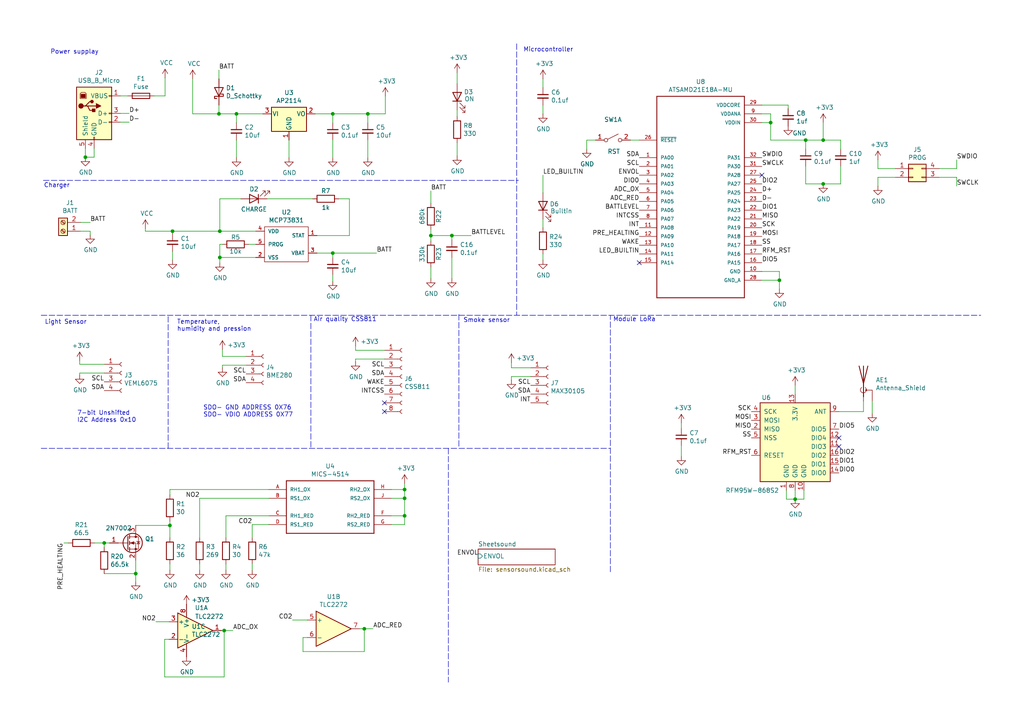
<source format=kicad_sch>
(kicad_sch (version 20211123) (generator eeschema)
  (paper "A4")
  (title_block (title "CatWAN Citizen") (date "2020-02-21") (company "Electronic Cats") (comment 1 "Rocio Rdz.") (comment 4 "Andres Sabas"))
  (junction (at 65.024 182.88))
  (junction (at 63.754 74.676))
  (junction (at 117.348 144.526))
  (junction (at 233.68 40.64))
  (junction (at 117.348 149.606))
  (junction (at 63.754 67.056))
  (junction (at 63.5 33.02))
  (junction (at 105.664 182.372))
  (junction (at 49.276 152.4))
  (junction (at 96.52 33.02))
  (junction (at 223.52 35.56))
  (junction (at 68.58 33.02))
  (junction (at 96.52 73.406))
  (junction (at 24.765 45.593))
  (junction (at 50.038 67.056))
  (junction (at 106.68 33.02))
  (junction (at 230.632 144.78))
  (junction (at 117.348 141.986))
  (junction (at 131.064 68.326))
  (junction (at 39.37 166.37))
  (junction (at 238.76 53.34))
  (junction (at 30.226 157.48))
  (junction (at 238.76 40.64))
  (junction (at 124.968 68.326))
  (junction (at 226.06 81.28))
  (no_connect (at 185.42 76.2))
  (no_connect (at 243.332 129.54))
  (no_connect (at 111.506 119.38))
  (no_connect (at 243.332 127))
  (no_connect (at 220.98 50.8))
  (no_connect (at 111.506 116.84))
  (wire (pts (xy 23.368 64.516) (xy 26.162 64.516)))
  (wire (pts (xy 111.506 104.14) (xy 103.124 104.14)))
  (wire (pts (xy 49.276 151.13) (xy 49.276 152.4)))
  (wire (pts (xy 65.024 182.88) (xy 65.024 196.342)))
  (wire (pts (xy 47.879 27.813) (xy 47.879 22.606)))
  (wire (pts (xy 243.332 119.38) (xy 250.444 119.38)))
  (wire (pts (xy 64.516 103.378) (xy 71.374 103.378)))
  (polyline (pts (xy 149.86 12.7) (xy 149.86 91.44)))
  (wire (pts (xy 49.276 163.576) (xy 49.276 165.354)))
  (wire (pts (xy 228.092 144.78) (xy 230.632 144.78)))
  (wire (pts (xy 277.495 48.895) (xy 277.495 46.355)))
  (wire (pts (xy 230.632 111.76) (xy 230.632 114.3)))
  (wire (pts (xy 233.68 43.18) (xy 233.68 40.64)))
  (wire (pts (xy 238.76 40.64) (xy 243.84 40.64)))
  (wire (pts (xy 197.612 122.682) (xy 197.612 124.206)))
  (wire (pts (xy 73.152 152.146) (xy 73.152 155.956)))
  (wire (pts (xy 91.948 73.406) (xy 96.52 73.406)))
  (wire (pts (xy 272.415 48.895) (xy 277.495 48.895)))
  (wire (pts (xy 57.912 163.576) (xy 57.912 165.354)))
  (wire (pts (xy 254.635 48.895) (xy 259.715 48.895)))
  (wire (pts (xy 101.346 57.658) (xy 98.298 57.658)))
  (wire (pts (xy 63.754 57.658) (xy 63.754 67.056)))
  (wire (pts (xy 89.154 184.912) (xy 87.884 184.912)))
  (wire (pts (xy 30.226 158.75) (xy 30.226 157.48)))
  (wire (pts (xy 30.226 108.204) (xy 23.114 108.204)))
  (wire (pts (xy 148.336 106.68) (xy 148.336 105.156)))
  (wire (pts (xy 23.368 67.056) (xy 26.162 67.056)))
  (wire (pts (xy 63.5 20.32) (xy 63.5 22.86)))
  (wire (pts (xy 157.48 22.86) (xy 157.48 25.4)))
  (wire (pts (xy 19.812 157.48) (xy 18.542 157.48)))
  (wire (pts (xy 132.588 41.402) (xy 132.588 45.212)))
  (wire (pts (xy 106.68 40.64) (xy 106.68 45.72)))
  (wire (pts (xy 233.68 53.34) (xy 238.76 53.34)))
  (wire (pts (xy 131.064 80.772) (xy 131.064 74.676)))
  (wire (pts (xy 45.212 180.34) (xy 49.022 180.34)))
  (wire (pts (xy 24.765 43.053) (xy 24.765 45.593)))
  (wire (pts (xy 47.752 196.342) (xy 65.024 196.342)))
  (wire (pts (xy 23.114 108.204) (xy 23.114 108.712)))
  (wire (pts (xy 74.168 67.056) (xy 63.754 67.056)))
  (wire (pts (xy 91.44 33.02) (xy 96.52 33.02)))
  (wire (pts (xy 106.68 35.56) (xy 106.68 33.02)))
  (polyline (pts (xy 130.048 130.048) (xy 130.048 197.866)))
  (wire (pts (xy 44.704 27.813) (xy 47.879 27.813)))
  (wire (pts (xy 153.924 106.68) (xy 148.336 106.68)))
  (wire (pts (xy 63.754 74.676) (xy 74.168 74.676)))
  (wire (pts (xy 27.305 45.593) (xy 24.765 45.593)))
  (wire (pts (xy 117.348 141.986) (xy 117.348 144.526)))
  (wire (pts (xy 185.42 40.64) (xy 182.88 40.64)))
  (wire (pts (xy 30.226 105.664) (xy 23.114 105.664)))
  (wire (pts (xy 157.48 73.66) (xy 157.48 75.438)))
  (wire (pts (xy 117.348 140.208) (xy 117.348 141.986)))
  (wire (pts (xy 172.72 40.64) (xy 170.18 40.64)))
  (wire (pts (xy 68.58 40.64) (xy 68.58 45.72)))
  (wire (pts (xy 57.912 144.526) (xy 57.912 155.956)))
  (wire (pts (xy 96.52 73.406) (xy 109.22 73.406)))
  (wire (pts (xy 47.752 185.42) (xy 47.752 196.342)))
  (wire (pts (xy 27.305 43.053) (xy 27.305 45.593)))
  (wire (pts (xy 39.37 152.4) (xy 49.276 152.4)))
  (wire (pts (xy 250.444 119.38) (xy 250.444 116.332)))
  (wire (pts (xy 233.172 144.78) (xy 230.632 144.78)))
  (wire (pts (xy 63.5 30.48) (xy 63.5 33.02)))
  (wire (pts (xy 39.37 166.37) (xy 39.37 168.656)))
  (wire (pts (xy 96.52 35.56) (xy 96.52 33.02)))
  (wire (pts (xy 223.52 40.64) (xy 233.68 40.64)))
  (wire (pts (xy 63.754 67.056) (xy 50.038 67.056)))
  (wire (pts (xy 90.678 57.658) (xy 77.47 57.658)))
  (wire (pts (xy 113.538 144.526) (xy 117.348 144.526)))
  (wire (pts (xy 223.52 35.56) (xy 223.52 40.64)))
  (wire (pts (xy 91.948 68.326) (xy 101.346 68.326)))
  (wire (pts (xy 64.262 182.88) (xy 65.024 182.88)))
  (wire (pts (xy 101.346 68.326) (xy 101.346 57.658)))
  (wire (pts (xy 230.632 142.24) (xy 230.632 144.78)))
  (polyline (pts (xy 90.17 91.44) (xy 90.17 130.048)))
  (wire (pts (xy 233.172 142.24) (xy 233.172 144.78)))
  (wire (pts (xy 96.52 79.756) (xy 96.52 81.534)))
  (wire (pts (xy 223.52 33.02) (xy 223.52 35.56)))
  (wire (pts (xy 238.76 35.56) (xy 238.76 40.64)))
  (wire (pts (xy 63.754 76.2) (xy 63.754 74.676)))
  (wire (pts (xy 272.415 51.435) (xy 277.495 51.435)))
  (wire (pts (xy 47.752 185.42) (xy 49.022 185.42)))
  (wire (pts (xy 124.968 66.548) (xy 124.968 68.326)))
  (wire (pts (xy 42.164 67.056) (xy 50.038 67.056)))
  (wire (pts (xy 68.58 35.56) (xy 68.58 33.02)))
  (wire (pts (xy 49.276 141.986) (xy 49.276 143.51)))
  (wire (pts (xy 57.912 144.526) (xy 77.978 144.526)))
  (wire (pts (xy 64.516 101.346) (xy 64.516 103.378)))
  (wire (pts (xy 83.82 40.64) (xy 83.82 45.72)))
  (wire (pts (xy 113.538 141.986) (xy 117.348 141.986)))
  (wire (pts (xy 39.37 162.56) (xy 39.37 166.37)))
  (wire (pts (xy 228.6 31.496) (xy 228.6 30.48)))
  (wire (pts (xy 74.168 70.866) (xy 72.136 70.866)))
  (wire (pts (xy 42.164 66.294) (xy 42.164 67.056)))
  (wire (pts (xy 65.532 163.576) (xy 65.532 165.354)))
  (wire (pts (xy 55.88 22.86) (xy 55.88 33.02)))
  (wire (pts (xy 170.18 40.64) (xy 170.18 43.18)))
  (polyline (pts (xy 11.938 91.44) (xy 284.48 91.44)))
  (wire (pts (xy 254.635 51.435) (xy 254.635 53.975)))
  (wire (pts (xy 34.925 32.893) (xy 37.465 32.893)))
  (wire (pts (xy 49.276 152.4) (xy 49.276 155.956)))
  (wire (pts (xy 104.394 182.372) (xy 105.664 182.372)))
  (wire (pts (xy 105.664 188.976) (xy 105.664 182.372)))
  (wire (pts (xy 243.84 53.34) (xy 238.76 53.34)))
  (wire (pts (xy 131.064 69.596) (xy 131.064 68.326)))
  (wire (pts (xy 220.98 33.02) (xy 223.52 33.02)))
  (polyline (pts (xy 48.768 130.048) (xy 48.768 91.44)))
  (polyline (pts (xy 133.096 91.186) (xy 133.096 129.794)))
  (wire (pts (xy 157.48 30.48) (xy 157.48 33.02)))
  (wire (pts (xy 233.68 48.26) (xy 233.68 53.34)))
  (wire (pts (xy 259.715 51.435) (xy 254.635 51.435)))
  (wire (pts (xy 220.98 78.74) (xy 226.06 78.74)))
  (wire (pts (xy 84.836 179.832) (xy 89.154 179.832)))
  (wire (pts (xy 49.276 141.986) (xy 77.978 141.986)))
  (wire (pts (xy 23.114 105.664) (xy 23.114 104.648)))
  (wire (pts (xy 132.588 24.257) (xy 132.588 21.082)))
  (wire (pts (xy 113.538 149.606) (xy 117.348 149.606)))
  (wire (pts (xy 226.06 81.28) (xy 226.06 83.82)))
  (wire (pts (xy 87.884 184.912) (xy 87.884 188.976)))
  (wire (pts (xy 63.5 33.02) (xy 68.58 33.02)))
  (wire (pts (xy 277.495 51.435) (xy 277.495 53.975)))
  (wire (pts (xy 233.68 40.64) (xy 238.76 40.64)))
  (wire (pts (xy 124.968 55.372) (xy 124.968 58.928)))
  (wire (pts (xy 63.754 70.866) (xy 63.754 74.676)))
  (wire (pts (xy 30.226 157.48) (xy 31.75 157.48)))
  (wire (pts (xy 197.612 129.286) (xy 197.612 132.334)))
  (wire (pts (xy 26.162 67.056) (xy 26.162 68.072)))
  (wire (pts (xy 76.2 33.02) (xy 68.58 33.02)))
  (wire (pts (xy 153.924 109.22) (xy 148.336 109.22)))
  (wire (pts (xy 226.06 78.74) (xy 226.06 81.28)))
  (wire (pts (xy 64.516 105.918) (xy 64.516 106.68)))
  (wire (pts (xy 220.98 81.28) (xy 226.06 81.28)))
  (wire (pts (xy 69.85 57.658) (xy 63.754 57.658)))
  (wire (pts (xy 252.984 116.332) (xy 252.984 119.888)))
  (wire (pts (xy 30.226 166.37) (xy 39.37 166.37)))
  (wire (pts (xy 65.024 182.88) (xy 67.564 182.88)))
  (polyline (pts (xy 11.938 130.048) (xy 177.038 130.048)))
  (wire (pts (xy 243.84 48.26) (xy 243.84 53.34)))
  (wire (pts (xy 132.588 31.877) (xy 132.588 33.782)))
  (wire (pts (xy 124.968 68.326) (xy 124.968 69.85)))
  (wire (pts (xy 103.124 101.6) (xy 103.124 100.33)))
  (wire (pts (xy 103.124 104.14) (xy 103.124 104.902)))
  (wire (pts (xy 228.6 30.48) (xy 220.98 30.48)))
  (wire (pts (xy 96.52 74.676) (xy 96.52 73.406)))
  (wire (pts (xy 111.76 33.02) (xy 111.76 27.94)))
  (wire (pts (xy 73.152 152.146) (xy 77.978 152.146)))
  (wire (pts (xy 228.092 142.24) (xy 228.092 144.78)))
  (wire (pts (xy 65.532 149.606) (xy 77.978 149.606)))
  (wire (pts (xy 96.52 40.64) (xy 96.52 45.72)))
  (wire (pts (xy 96.52 33.02) (xy 106.68 33.02)))
  (wire (pts (xy 65.532 155.956) (xy 65.532 149.606)))
  (wire (pts (xy 131.064 68.326) (xy 124.968 68.326)))
  (wire (pts (xy 106.68 33.02) (xy 111.76 33.02)))
  (wire (pts (xy 157.48 63.5) (xy 157.48 66.04)))
  (wire (pts (xy 71.374 105.918) (xy 64.516 105.918)))
  (wire (pts (xy 34.925 27.813) (xy 37.084 27.813)))
  (wire (pts (xy 55.88 33.02) (xy 63.5 33.02)))
  (wire (pts (xy 124.968 77.47) (xy 124.968 80.772)))
  (polyline (pts (xy 177.038 165.862) (xy 177.038 91.44)))
  (wire (pts (xy 73.152 163.576) (xy 73.152 165.354)))
  (wire (pts (xy 113.538 152.146) (xy 117.348 152.146)))
  (polyline (pts (xy 12.573 52.324) (xy 150.368 52.324)))
  (wire (pts (xy 34.925 35.433) (xy 37.465 35.433)))
  (wire (pts (xy 27.432 157.48) (xy 30.226 157.48)))
  (wire (pts (xy 50.038 67.818) (xy 50.038 67.056)))
  (wire (pts (xy 105.664 182.372) (xy 108.204 182.372)))
  (wire (pts (xy 111.506 101.6) (xy 103.124 101.6)))
  (wire (pts (xy 157.48 50.8) (xy 157.48 55.88)))
  (wire (pts (xy 64.516 70.866) (xy 63.754 70.866)))
  (wire (pts (xy 117.348 149.606) (xy 117.348 144.526)))
  (wire (pts (xy 254.635 46.355) (xy 254.635 48.895)))
  (wire (pts (xy 50.038 72.898) (xy 50.038 75.438)))
  (wire (pts (xy 220.98 35.56) (xy 223.52 35.56)))
  (wire (pts (xy 243.84 40.64) (xy 243.84 43.18)))
  (wire (pts (xy 117.348 152.146) (xy 117.348 149.606)))
  (wire (pts (xy 148.336 109.22) (xy 148.336 110.236)))
  (wire (pts (xy 87.884 188.976) (xy 105.664 188.976)))
  (wire (pts (xy 136.652 68.326) (xy 131.064 68.326)))
  (text "Module LoRa\n" (at 177.8 93.472 0) (effects (font (size 1.27 1.27)) (justify left bottom)))
  (text "Microcontroller" (at 151.765 15.24 0) (effects (font (size 1.27 1.27)) (justify left bottom)))
  (text "Air quality CSS811" (at 90.932 93.472 0) (effects (font (size 1.27 1.27)) (justify left bottom)))
  (text "Smoke sensor" (at 134.366 93.726 0) (effects (font (size 1.27 1.27)) (justify left bottom)))
  (text "Power supplay" (at 14.605 15.875 0) (effects (font (size 1.27 1.27)) (justify left bottom)))
  (text "7-bit Unshifted \nI2C Address 0x10" (at 22.352 122.682 0) (effects (font (size 1.27 1.27)) (justify left bottom)))
  (text "Charger\n" (at 12.7 54.61 0) (effects (font (size 1.27 1.27)) (justify left bottom)))
  (text "Light Sensor" (at 12.954 94.234 0) (effects (font (size 1.27 1.27)) (justify left bottom)))
  (text "Temperature, \nhumidity and pression" (at 51.308 96.266 0) (effects (font (size 1.27 1.27)) (justify left bottom)))
  (text "SDO- GND ADDRESS 0X76\nSDO- VDIO ADDRESS 0X77\n\n\n" (at 58.928 125.222 0) (effects (font (size 1.27 1.27)) (justify left bottom)))
  (label "SWCLK" (at 277.495 53.975 0))
  (label "D-" (at 37.465 35.433 0))
  (label "MOSI" (at 220.98 68.58 0))
  (label "MOSI" (at 217.932 121.92 180))
  (label "BATTLEVEL" (at 185.42 60.96 180))
  (label "DIO5" (at 243.332 124.46 0))
  (label "CO2" (at 73.152 152.146 180))
  (label "RFM_RST" (at 217.932 132.08 180))
  (label "ADC_OX" (at 185.42 55.88 180))
  (label "INTCSS" (at 111.506 114.3 180))
  (label "ADC_OX" (at 67.564 182.88 0))
  (label "CO2" (at 84.836 179.832 180))
  (label "NO2" (at 45.212 180.34 180))
  (label "DIO0" (at 185.42 53.34 180))
  (label "MISO" (at 220.98 63.5 0))
  (label "INT" (at 153.924 116.84 180))
  (label "ENVOL" (at 138.684 161.29 180))
  (label "DIO2" (at 243.332 132.08 0))
  (label "SDA" (at 111.506 109.22 180))
  (label "D+" (at 220.98 55.88 0))
  (label "LED_BUILTIN" (at 185.42 73.66 180))
  (label "SCL" (at 153.924 111.76 180))
  (label "INTCSS" (at 185.42 63.5 180))
  (label "SCK" (at 217.932 119.38 180))
  (label "ADC_RED" (at 108.204 182.372 0))
  (label "DIO0" (at 243.332 137.16 0))
  (label "PRE_HEALTING" (at 185.42 68.58 180))
  (label "DIO5" (at 220.98 76.2 0))
  (label "BATT" (at 124.968 55.372 0))
  (label "SDA" (at 153.924 114.3 180))
  (label "DIO2" (at 220.98 53.34 0))
  (label "SDA" (at 71.374 110.998 180))
  (label "SCL" (at 30.226 110.744 180))
  (label "RFM_RST" (at 220.98 73.66 0))
  (label "SCK" (at 220.98 66.04 0))
  (label "PRE_HEALTING" (at 18.542 157.48 270))
  (label "BATT" (at 109.22 73.406 0))
  (label "LED_BUILTIN" (at 157.48 50.8 0))
  (label "SS" (at 220.98 71.12 0))
  (label "WAKE" (at 111.506 111.76 180))
  (label "ENVOL" (at 185.42 50.8 180))
  (label "DIO1" (at 243.332 134.62 0))
  (label "WAKE" (at 185.42 71.12 180))
  (label "BATT" (at 63.5 20.32 0))
  (label "SDA" (at 30.226 113.284 180))
  (label "SWDIO" (at 220.98 45.72 0))
  (label "D-" (at 220.98 58.42 0))
  (label "SS" (at 217.932 127 180))
  (label "SWDIO" (at 277.495 46.355 0))
  (label "BATT" (at 26.162 64.516 0))
  (label "BATTLEVEL" (at 136.652 68.326 0))
  (label "INT" (at 185.42 66.04 180))
  (label "SDA" (at 185.42 45.72 180))
  (label "SWCLK" (at 220.98 48.26 0))
  (label "ADC_RED" (at 185.42 58.42 180))
  (label "SCL" (at 185.42 48.26 180))
  (label "DIO1" (at 220.98 60.96 0))
  (label "D+" (at 37.465 32.893 0))
  (label "MISO" (at 217.932 124.46 180))
  (label "SCL" (at 111.506 106.68 180))
  (label "SCL" (at 71.374 108.458 180))
  (label "NO2" (at 57.912 144.526 180))
  (symbol (lib_id "citizen_sensor-rescue:SW_DPST_x2-Switch") (at 177.8 40.64 0) (unit 1)
    (property "Reference" "SW1" (at 177.8 34.671 0))
    (property "Value" "RST" (at 178.0286 43.942 0))
    (property "Footprint" "Button_Switch_SMD:SW_SPST_TL3342" (effects hide))
    (property "Datasheet" "https://www.banggood.com/1000Pcs-DC12V-4-Pins-Tact-Tactile-Push-Button-Switch-Momentary-SMD-Switch-5x5x1_5MM-p-1297259.html?rmmds=newArrivals&cur_warehouse=CN" (effects hide))
    (property "manf#" "DC12V 4 Pins" (effects hide))
  )
  (symbol (lib_id "Device:C_Small") (at 233.68 45.72 0) (unit 1)
    (property "Reference" "C9" (at 236.0168 44.5516 0) (effects (justify left)))
    (property "Value" "0.1uf" (at 236.0168 46.863 0) (effects (justify left)))
    (property "Footprint" "Capacitor_SMD:C_0805_2012Metric_Pad1.15x1.40mm_HandSolder" (effects hide))
    (property "Datasheet" "https://www.mouser.mx/datasheet/2/40/X7RDielectric-777024.pdf" (effects hide))
    (property "manf#" "08056C104JAZ2A" (effects hide))
  )
  (symbol (lib_id "citizen_sensor-rescue:RFM95W-868S2-RF_AM_FM") (at 230.632 127 0) (unit 1)
    (property "Reference" "U6" (at 222.25 115.316 0))
    (property "Value" "RFM95W-868S2" (at 218.186 142.24 0))
    (property "Footprint" "Rf:RFM95W" (effects hide))
    (property "manf#" "RFM95W" (effects hide))
  )
  (symbol (lib_id "Device:LED") (at 132.588 28.067 90) (unit 1)
    (property "Reference" "D3" (at 135.89 26.67 90))
    (property "Value" "ON" (at 136.144 28.702 90))
    (property "Footprint" "LED_SMD:LED_0805_2012Metric_Castellated" (effects hide))
    (property "Datasheet" "https://www.mouser.mx/datasheet/2/445/150080SS75000-368930.pdf" (effects hide))
    (property "manf#" "150080SS75000" (effects hide))
  )
  (symbol (lib_id "citizen_sensor-rescue:MICS-4514-electroniccats-citizen_sensor-rescue") (at 95.758 147.066 0) (unit 1)
    (property "Reference" "U4" (at 95.758 135.2042 0))
    (property "Value" "MICS-4514" (at 95.758 137.5156 0))
    (property "Footprint" "MICS4514:MICS_10-SMD" (effects hide))
    (property "Datasheet" "https://www.mouser.mx/datasheet/2/18/0278_Datasheet-MiCS-4514-rev-16-1144833.pdf" (effects hide))
    (property "manf#" "MICS-4514" (effects hide))
  )
  (symbol (lib_id "Connector:USB_B") (at 27.305 32.893 0) (unit 1)
    (property "Reference" "J2" (at 28.702 21.0312 0))
    (property "Value" "USB_B_Micro" (at 28.702 23.3426 0))
    (property "Footprint" "Connector_USB:USB_Micro-B_Wuerth_629105150521" (effects hide))
    (property "Datasheet" "https://www.mouser.mx/datasheet/2/445/629105150521-469306.pdf" (effects hide))
    (property "manf#" "629105150521" (effects hide))
  )
  (symbol (lib_id "Device:Antenna_Shield") (at 250.444 111.252 0) (unit 1)
    (property "Reference" "AE1" (at 254 110.2106 0) (effects (justify left)))
    (property "Value" "Antenna_Shield" (at 254 112.522 0) (effects (justify left)))
    (property "Footprint" "Rf:AMPHENOL_901-144" (effects hide))
    (property "Datasheet" "https://www.banggood.com/2pcs-RP-SMA-Female-Adapter-PCB-Edge-Mount-Solder-RF-Connector-p-977325.html?akmClientCountry=MX&&cur_warehouse=CN" (effects hide))
    (property "manf#" "977325" (effects hide))
  )
  (symbol (lib_id "Device:C_Small") (at 243.84 45.72 0) (unit 1)
    (property "Reference" "C10" (at 246.1768 44.5516 0) (effects (justify left)))
    (property "Value" "1uf" (at 246.1768 46.863 0) (effects (justify left)))
    (property "Footprint" "Capacitor_SMD:C_0805_2012Metric_Pad1.15x1.40mm_HandSolder" (effects hide))
    (property "Datasheet" "https://www.mouser.mx/datasheet/2/447/UPY-GPHC_X5R_4V-to-50V_25-1131599.pdf" (effects hide))
    (property "manf#" "CC0805KKX5R5BB105" (effects hide))
  )
  (symbol (lib_id "Connector_Generic:Conn_02x02_Counter_Clockwise") (at 264.795 48.895 0) (unit 1)
    (property "Reference" "J5" (at 266.065 43.3832 0))
    (property "Value" "PROG" (at 266.065 45.6946 0))
    (property "Footprint" "Connector_PinHeader_2.54mm:PinHeader_1x04_P2.54mm_Vertical" (effects hide))
  )
  (symbol (lib_id "Device:C_Small") (at 157.48 27.94 0) (unit 1)
    (property "Reference" "C6" (at 159.8168 26.7716 0) (effects (justify left)))
    (property "Value" "0.1uf" (at 159.8168 29.083 0) (effects (justify left)))
    (property "Footprint" "Capacitor_SMD:C_0805_2012Metric_Pad1.15x1.40mm_HandSolder" (effects hide))
    (property "Datasheet" "https://www.mouser.mx/datasheet/2/40/X7RDielectric-777024.pdf" (effects hide))
    (property "manf#" "08056C104JAZ2A" (effects hide))
  )
  (symbol (lib_id "power:GND") (at 228.6 36.576 0) (unit 1)
    (property "Reference" "#PWR0101" (effects hide))
    (property "Value" "GND" (at 231.902 38.608 0))
  )
  (symbol (lib_id "power:+3.3V") (at 238.76 35.56 0) (unit 1)
    (property "Reference" "#PWR0102" (effects hide))
    (property "Value" "+3.3V" (at 239.141 31.1658 0))
  )
  (symbol (lib_id "power:GND") (at 170.18 43.18 0) (unit 1)
    (property "Reference" "#PWR0103" (effects hide))
    (property "Value" "GND" (at 170.307 47.5742 0))
  )
  (symbol (lib_id "power:GND") (at 238.76 53.34 0) (unit 1)
    (property "Reference" "#PWR0104" (effects hide))
    (property "Value" "GND" (at 238.887 57.7342 0))
  )
  (symbol (lib_id "power:GND") (at 226.06 83.82 0) (unit 1)
    (property "Reference" "#PWR0105" (effects hide))
    (property "Value" "GND" (at 226.187 88.2142 0))
  )
  (symbol (lib_id "power:GND") (at 254.635 53.975 0) (unit 1)
    (property "Reference" "#PWR0106" (effects hide))
    (property "Value" "GND" (at 254.762 58.3692 0))
  )
  (symbol (lib_id "power:+3.3V") (at 254.635 46.355 0) (unit 1)
    (property "Reference" "#PWR0107" (effects hide))
    (property "Value" "+3.3V" (at 255.016 41.9608 0))
  )
  (symbol (lib_id "Regulator_Linear:AP2127N-1.2") (at 83.82 33.02 0) (unit 1)
    (property "Reference" "U3" (at 83.82 26.8732 0))
    (property "Value" "AP2114" (at 83.82 29.1846 0))
    (property "Footprint" "Package_TO_SOT_SMD:SOT-223-3_TabPin2" (effects hide))
    (property "Datasheet" "https://www.mouser.mx/datasheet/2/115/AP2114-271472.pdf" (effects hide))
    (property "manf#" "AP2114H-3.3TRG1" (effects hide))
  )
  (symbol (lib_id "Device:C_Small") (at 68.58 38.1 0) (unit 1)
    (property "Reference" "C2" (at 70.9168 36.9316 0) (effects (justify left)))
    (property "Value" "10uf" (at 70.9168 39.243 0) (effects (justify left)))
    (property "Footprint" "Capacitor_SMD:C_0805_2012Metric_Pad1.15x1.40mm_HandSolder" (effects hide))
    (property "Datasheet" "https://www.mouser.mx/datasheet/2/445/885012107004-554083.pdf" (effects hide))
    (property "manf#" "885012107004" (effects hide))
  )
  (symbol (lib_id "Device:C_Small") (at 96.52 38.1 0) (unit 1)
    (property "Reference" "C3" (at 98.8568 36.9316 0) (effects (justify left)))
    (property "Value" "0.1uf" (at 98.8568 39.243 0) (effects (justify left)))
    (property "Footprint" "Capacitor_SMD:C_0805_2012Metric_Pad1.15x1.40mm_HandSolder" (effects hide))
    (property "Datasheet" "https://www.mouser.mx/datasheet/2/40/X7RDielectric-777024.pdf" (effects hide))
    (property "manf#" "08056C104JAZ2A" (effects hide))
  )
  (symbol (lib_id "Device:C_Small") (at 106.68 38.1 0) (unit 1)
    (property "Reference" "C5" (at 109.0168 36.9316 0) (effects (justify left)))
    (property "Value" "10uf" (at 109.0168 39.243 0) (effects (justify left)))
    (property "Footprint" "Capacitor_SMD:C_0805_2012Metric_Pad1.15x1.40mm_HandSolder" (effects hide))
    (property "Datasheet" "https://www.mouser.mx/datasheet/2/445/885012107004-554083.pdf" (effects hide))
    (property "manf#" "885012107004" (effects hide))
  )
  (symbol (lib_id "power:+3.3V") (at 157.48 22.86 0) (unit 1)
    (property "Reference" "#PWR0108" (effects hide))
    (property "Value" "+3.3V" (at 157.861 18.4658 0))
  )
  (symbol (lib_id "power:GND") (at 157.48 33.02 0) (unit 1)
    (property "Reference" "#PWR0109" (effects hide))
    (property "Value" "GND" (at 157.607 37.4142 0))
  )
  (symbol (lib_id "power:+3.3V") (at 111.76 27.94 0) (unit 1)
    (property "Reference" "#PWR0110" (effects hide))
    (property "Value" "+3.3V" (at 112.141 23.5458 0))
  )
  (symbol (lib_id "power:VCC") (at 47.879 22.606 0) (unit 1)
    (property "Reference" "#PWR0111" (effects hide))
    (property "Value" "VCC" (at 48.3108 18.2118 0))
  )
  (symbol (lib_id "power:VCC") (at 55.88 22.86 0) (unit 1)
    (property "Reference" "#PWR0112" (effects hide))
    (property "Value" "VCC" (at 56.3118 18.4658 0))
  )
  (symbol (lib_id "power:GND") (at 24.765 45.593 0) (unit 1)
    (property "Reference" "#PWR0113" (effects hide))
    (property "Value" "GND" (at 24.892 49.9872 0))
  )
  (symbol (lib_id "citizen_sensor-rescue:MCP73831-electroniccats-citizen_sensor-rescue") (at 83.058 70.866 0) (unit 1)
    (property "Reference" "U2" (at 83.058 61.5696 0))
    (property "Value" "MCP73831" (at 83.058 63.881 0))
    (property "Footprint" "Package_TO_SOT_SMD:SOT-23-5" (effects hide))
    (property "Datasheet" "https://www.mouser.mx/datasheet/2/268/20001984g-846362.pdf" (effects hide))
    (property "manf#" "MCP73831T-5ACI/OT" (effects hide))
  )
  (symbol (lib_id "Connector:Screw_Terminal_01x02") (at 18.288 67.056 180) (unit 1)
    (property "Reference" "J1" (at 20.32 58.801 0))
    (property "Value" "BATT" (at 20.32 61.1124 0))
    (property "Footprint" "TerminalBlock_4Ucon:TerminalBlock_4Ucon_1x02_P3.50mm_Vertical" (effects hide))
    (property "Datasheet" "https://www.mouser.mx/datasheet/2/324/ItemDetail_1751248-916542.pdf" (effects hide))
    (property "manf#" "1751248" (effects hide))
  )
  (symbol (lib_id "Device:C_Small") (at 50.038 70.358 0) (unit 1)
    (property "Reference" "C1" (at 52.3748 69.1896 0) (effects (justify left)))
    (property "Value" "10uf" (at 52.3748 71.501 0) (effects (justify left)))
    (property "Footprint" "Capacitor_SMD:C_0805_2012Metric_Pad1.15x1.40mm_HandSolder" (effects hide))
    (property "Datasheet" "https://www.mouser.mx/datasheet/2/445/885012107004-554083.pdf" (effects hide))
    (property "manf#" "885012107004" (effects hide))
  )
  (symbol (lib_id "Device:R") (at 68.326 70.866 270) (unit 1)
    (property "Reference" "R5" (at 68.326 68.834 90))
    (property "Value" "10k" (at 68.326 72.898 90))
    (property "Footprint" "Resistor_SMD:R_0805_2012Metric_Pad1.15x1.40mm_HandSolder" (effects hide))
    (property "Datasheet" "https://www.mouser.mx/datasheet/2/348/esr-e-1139161.pdf" (effects hide))
    (property "manf#" "ESR10EZPJ103" (effects hide))
  )
  (symbol (lib_id "Device:C_Small") (at 96.52 77.216 0) (unit 1)
    (property "Reference" "C4" (at 98.8568 76.0476 0) (effects (justify left)))
    (property "Value" "10uf" (at 98.8568 78.359 0) (effects (justify left)))
    (property "Footprint" "Capacitor_SMD:C_0805_2012Metric_Pad1.15x1.40mm_HandSolder" (effects hide))
    (property "Datasheet" "https://www.mouser.mx/datasheet/2/445/885012107004-554083.pdf" (effects hide))
    (property "manf#" "885012107004" (effects hide))
  )
  (symbol (lib_id "Device:R") (at 94.488 57.658 270) (unit 1)
    (property "Reference" "R7" (at 94.488 55.372 90))
    (property "Value" "1k" (at 94.488 60.198 90))
    (property "Footprint" "Resistor_SMD:R_0805_2012Metric_Pad1.15x1.40mm_HandSolder" (effects hide))
    (property "Datasheet" "https://www.mouser.mx/datasheet/2/348/esr-e-1139161.pdf" (effects hide))
    (property "manf#" "ESR10EZPJ102" (effects hide))
  )
  (symbol (lib_id "Device:LED") (at 73.66 57.658 180) (unit 1)
    (property "Reference" "D2" (at 73.66 54.864 0))
    (property "Value" "CHARGE" (at 73.66 60.706 0))
    (property "Footprint" "LED_SMD:LED_0805_2012Metric_Castellated" (effects hide))
    (property "Datasheet" "https://www.mouser.mx/datasheet/2/445/150080VS75000-368934.pdf" (effects hide))
    (property "manf#" "150080VS75000" (effects hide))
  )
  (symbol (lib_id "power:+3.3V") (at 132.588 21.082 0) (unit 1)
    (property "Reference" "#PWR0114" (effects hide))
    (property "Value" "+3.3V" (at 132.969 16.6878 0))
  )
  (symbol (lib_id "power:GND") (at 132.588 45.212 0) (unit 1)
    (property "Reference" "#PWR0115" (effects hide))
    (property "Value" "GND" (at 132.715 49.6062 0))
  )
  (symbol (lib_id "power:GND") (at 106.68 45.72 0) (unit 1)
    (property "Reference" "#PWR0116" (effects hide))
    (property "Value" "GND" (at 106.807 50.1142 0))
  )
  (symbol (lib_id "power:GND") (at 96.52 45.72 0) (unit 1)
    (property "Reference" "#PWR0117" (effects hide))
    (property "Value" "GND" (at 96.647 50.1142 0))
  )
  (symbol (lib_id "power:GND") (at 83.82 45.72 0) (unit 1)
    (property "Reference" "#PWR0118" (effects hide))
    (property "Value" "GND" (at 83.947 50.1142 0))
  )
  (symbol (lib_id "power:GND") (at 68.58 45.72 0) (unit 1)
    (property "Reference" "#PWR0119" (effects hide))
    (property "Value" "GND" (at 68.707 50.1142 0))
  )
  (symbol (lib_id "Device:D_Schottky") (at 63.5 26.67 90) (unit 1)
    (property "Reference" "D1" (at 65.5066 25.5016 90) (effects (justify right)))
    (property "Value" "D_Schottky" (at 65.5066 27.813 90) (effects (justify right)))
    (property "Footprint" "Diode_SMD:D_SOD-123" (effects hide))
    (property "Datasheet" "https://www.mouser.mx/datasheet/2/308/MBR120VLSFT1-D-1074021.pdf" (effects hide))
    (property "manf#" "NRVB120VLSFT1G" (effects hide))
  )
  (symbol (lib_id "Device:R") (at 132.588 37.592 0) (unit 1)
    (property "Reference" "R8" (at 134.366 36.4236 0) (effects (justify left)))
    (property "Value" "330" (at 134.366 38.735 0) (effects (justify left)))
    (property "Footprint" "Resistor_SMD:R_0805_2012Metric_Pad1.15x1.40mm_HandSolder" (effects hide))
    (property "Datasheet" "https://www.mouser.mx/datasheet/2/348/esr-e-1139161.pdf" (effects hide))
    (property "manf#" "CRCW0805330RFKEAC" (effects hide))
  )
  (symbol (lib_id "power:VCC") (at 42.164 66.294 0) (unit 1)
    (property "Reference" "#PWR0120" (effects hide))
    (property "Value" "VCC" (at 42.5958 61.8998 0))
  )
  (symbol (lib_id "power:GND") (at 63.754 76.2 0) (unit 1)
    (property "Reference" "#PWR0121" (effects hide))
    (property "Value" "GND" (at 63.881 80.5942 0))
  )
  (symbol (lib_id "power:GND") (at 50.038 75.438 0) (unit 1)
    (property "Reference" "#PWR0122" (effects hide))
    (property "Value" "GND" (at 50.165 79.8322 0))
  )
  (symbol (lib_id "power:GND") (at 23.114 108.712 0) (unit 1)
    (property "Reference" "#PWR0130" (effects hide))
    (property "Value" "GND" (at 23.241 113.1062 0))
  )
  (symbol (lib_id "power:+3.3V") (at 23.114 104.648 0) (unit 1)
    (property "Reference" "#PWR0131" (effects hide))
    (property "Value" "+3.3V" (at 23.495 100.2538 0))
  )
  (symbol (lib_id "power:GND") (at 96.52 81.534 0) (unit 1)
    (property "Reference" "#PWR0123" (effects hide))
    (property "Value" "GND" (at 96.647 85.9282 0))
  )
  (symbol (lib_id "power:GND") (at 26.162 68.072 0) (unit 1)
    (property "Reference" "#PWR0124" (effects hide))
    (property "Value" "GND" (at 26.289 72.4662 0))
  )
  (symbol (lib_id "power:+3.3V") (at 230.632 111.76 0) (unit 1)
    (property "Reference" "#PWR0125" (effects hide))
    (property "Value" "+3.3V" (at 231.013 107.3658 0))
  )
  (symbol (lib_id "power:GND") (at 230.632 144.78 0) (unit 1)
    (property "Reference" "#PWR0126" (effects hide))
    (property "Value" "GND" (at 230.759 149.1742 0))
  )
  (symbol (lib_id "Device:C_Small") (at 197.612 126.746 0) (unit 1)
    (property "Reference" "C7" (at 199.9488 125.5776 0) (effects (justify left)))
    (property "Value" "0.1uf" (at 199.9488 127.889 0) (effects (justify left)))
    (property "Footprint" "Capacitor_SMD:C_0805_2012Metric_Pad1.15x1.40mm_HandSolder" (effects hide))
    (property "Datasheet" "https://www.mouser.mx/datasheet/2/40/X7RDielectric-777024.pdf" (effects hide))
    (property "manf#" "08056C104JAZ2A" (effects hide))
  )
  (symbol (lib_id "power:GND") (at 197.612 132.334 0) (unit 1)
    (property "Reference" "#PWR0127" (effects hide))
    (property "Value" "GND" (at 197.739 136.7282 0))
  )
  (symbol (lib_id "power:+3.3V") (at 197.612 122.682 0) (unit 1)
    (property "Reference" "#PWR0128" (effects hide))
    (property "Value" "+3.3V" (at 197.993 118.2878 0))
  )
  (symbol (lib_id "power:GND") (at 252.984 119.888 0) (unit 1)
    (property "Reference" "#PWR0129" (effects hide))
    (property "Value" "GND" (at 253.111 124.2822 0))
  )
  (symbol (lib_id "power:+3.3V") (at 64.516 101.346 0) (unit 1)
    (property "Reference" "#PWR0132" (effects hide))
    (property "Value" "+3.3V" (at 68.58 100.076 0))
  )
  (symbol (lib_id "Connector:Conn_01x04_Female") (at 76.454 105.918 0) (unit 1)
    (property "Reference" "J4" (at 77.1652 106.5276 0) (effects (justify left)))
    (property "Value" "BME280" (at 77.1652 108.839 0) (effects (justify left)))
    (property "Footprint" "Connector_PinHeader_2.54mm:PinHeader_1x04_P2.54mm_Vertical" (effects hide))
  )
  (symbol (lib_id "power:GND") (at 64.516 106.68 0) (unit 1)
    (property "Reference" "#PWR0133" (effects hide))
    (property "Value" "GND" (at 64.643 111.0742 0))
  )
  (symbol (lib_id "Device:R") (at 73.152 159.766 0) (unit 1)
    (property "Reference" "R6" (at 74.93 158.5976 0) (effects (justify left)))
    (property "Value" "47k" (at 74.93 160.909 0) (effects (justify left)))
    (property "Footprint" "Resistor_SMD:R_0805_2012Metric_Pad1.15x1.40mm_HandSolder" (effects hide))
    (property "Datasheet" "https://www.mouser.mx/datasheet/2/447/PYu-RC_Group_51_RoHS_L_10-1527934.pdf" (effects hide))
    (property "manf#" "CRGP0805F47K" (effects hide))
  )
  (symbol (lib_id "power:+3.3V") (at 117.348 140.208 0) (unit 1)
    (property "Reference" "#PWR0134" (effects hide))
    (property "Value" "+3.3V" (at 117.729 135.8138 0))
  )
  (symbol (lib_id "Device:R") (at 65.532 159.766 0) (unit 1)
    (property "Reference" "R4" (at 67.31 158.5976 0) (effects (justify left)))
    (property "Value" "30" (at 67.31 160.909 0) (effects (justify left)))
    (property "Footprint" "Resistor_SMD:R_0805_2012Metric_Pad1.15x1.40mm_HandSolder" (effects hide))
    (property "Datasheet" "https://www.mouser.mx/datasheet/2/427/crcwce3-1223726.pdf" (effects hide))
    (property "manf#" "CRCW080530R0FKEAC" (effects hide))
  )
  (symbol (lib_id "Connector:Conn_01x04_Female") (at 35.306 108.204 0) (unit 1)
    (property "Reference" "J3" (at 36.0172 108.8136 0) (effects (justify left)))
    (property "Value" "VEML6075" (at 36.0172 111.125 0) (effects (justify left)))
    (property "Footprint" "Connector_PinHeader_2.54mm:PinHeader_1x04_P2.54mm_Vertical" (effects hide))
  )
  (symbol (lib_id "Device:R") (at 57.912 159.766 0) (unit 1)
    (property "Reference" "R3" (at 59.69 158.5976 0) (effects (justify left)))
    (property "Value" "269" (at 59.69 160.909 0) (effects (justify left)))
    (property "Footprint" "Resistor_SMD:R_0805_2012Metric_Pad1.15x1.40mm_HandSolder" (effects hide))
    (property "Datasheet" "https://www.mouser.mx/datasheet/2/348/esr-e-1139161.pdf" (effects hide))
    (property "manf#" "ESR10EZPJ271" (effects hide))
  )
  (symbol (lib_id "Device:R") (at 49.276 159.766 0) (unit 1)
    (property "Reference" "R2" (at 51.054 158.5976 0) (effects (justify left)))
    (property "Value" "36" (at 51.054 160.909 0) (effects (justify left)))
    (property "Footprint" "Resistor_SMD:R_0805_2012Metric_Pad1.15x1.40mm_HandSolder" (effects hide))
    (property "Datasheet" "https://www.mouser.mx/datasheet/2/315/AOA0000C304-1149620.pdf" (effects hide))
    (property "manf#" "ERJ-6ENF36R0V" (effects hide))
  )
  (symbol (lib_id "Device:R") (at 49.276 147.32 0) (unit 1)
    (property "Reference" "R1" (at 51.054 146.1516 0) (effects (justify left)))
    (property "Value" "30" (at 51.054 148.463 0) (effects (justify left)))
    (property "Footprint" "Resistor_SMD:R_0805_2012Metric_Pad1.15x1.40mm_HandSolder" (effects hide))
    (property "Datasheet" "https://www.mouser.mx/datasheet/2/427/crcwce3-1223726.pdf" (effects hide))
    (property "manf#" "CRCW080530R0FKEAC" (effects hide))
  )
  (symbol (lib_id "power:GND") (at 73.152 165.354 0) (unit 1)
    (property "Reference" "#PWR0135" (effects hide))
    (property "Value" "GND" (at 73.279 169.7482 0))
  )
  (symbol (lib_id "power:GND") (at 65.532 165.354 0) (unit 1)
    (property "Reference" "#PWR0136" (effects hide))
    (property "Value" "GND" (at 65.659 169.7482 0))
  )
  (symbol (lib_id "power:GND") (at 49.276 165.354 0) (unit 1)
    (property "Reference" "#PWR0137" (effects hide))
    (property "Value" "GND" (at 49.403 169.7482 0))
  )
  (symbol (lib_id "power:GND") (at 57.912 165.354 0) (unit 1)
    (property "Reference" "#PWR0138" (effects hide))
    (property "Value" "GND" (at 58.039 169.7482 0))
  )
  (symbol (lib_id "Device:Fuse") (at 40.894 27.813 90) (unit 1)
    (property "Reference" "F1" (at 40.894 22.8092 90))
    (property "Value" "Fuse" (at 40.894 25.1206 90))
    (property "Footprint" "Fuse:Fuse_1812_4532Metric_Pad1.30x3.40mm_HandSolder" (effects hide))
    (property "Datasheet" "https://www.mouser.mx/datasheet/2/643/0ZCG_Nov2016-1132141.pdf" (effects hide))
    (property "manf#" "0ZCG0030FF2C" (effects hide))
  )
  (symbol (lib_id "power:GND") (at 39.37 168.656 0) (unit 1)
    (property "Reference" "#PWR0139" (effects hide))
    (property "Value" "GND" (at 39.497 173.0502 0))
  )
  (symbol (lib_id "Device:Q_NMOS_GSD") (at 36.83 157.48 0) (unit 1)
    (property "Reference" "Q1" (at 42.037 156.3116 0) (effects (justify left)))
    (property "Value" "2N7002" (at 30.607 153.162 0) (effects (justify left)))
    (property "Footprint" "Package_TO_SOT_SMD:SOT-23" (effects hide))
    (property "Datasheet" "https://www.mouser.mx/datasheet/2/408/T2N7002AK_datasheet_en_20150401-708738.pdf" (effects hide))
    (property "manf#" "T2N7002AK,LM" (effects hide))
  )
  (symbol (lib_id "Device:R") (at 30.226 162.56 180) (unit 1)
    (property "Reference" "R20" (at 32.004 161.3916 0) (effects (justify right)))
    (property "Value" "66.5k" (at 32.004 163.703 0) (effects (justify right)))
    (property "Footprint" "Resistor_SMD:R_0805_2012Metric_Pad1.15x1.40mm_HandSolder" (effects hide))
    (property "Datasheet" "https://www.mouser.mx/datasheet/2/315/AOA0000C304-1149620.pdf" (effects hide))
    (property "manf#" "ERJ-6ENF6652V" (effects hide))
  )
  (symbol (lib_id "citizen_sensor-rescue:ATSAMD21E18A-MU-electroniccats-citizen_sensor-rescue") (at 203.2 58.42 0) (unit 1)
    (property "Reference" "U8" (at 203.2 23.6982 0))
    (property "Value" "ATSAMD21E18A-MU" (at 203.2 26.0096 0))
    (property "Footprint" "Package_QFP:TQFP-32_7x7mm_P0.8mm" (effects hide))
    (property "Datasheet" "SAMD21E Series 256 KB Flash 32 KB SRAM 48 MHz 32-Bit Microcontroller - QFN-32" (effects hide))
    (property "manf#" "ATSAMD21E18A-AUT" (effects hide))
  )
  (symbol (lib_id "Device:R") (at 23.622 157.48 90) (unit 1)
    (property "Reference" "R21" (at 23.622 152.2222 90))
    (property "Value" "66.5" (at 23.622 154.5336 90))
    (property "Footprint" "Resistor_SMD:R_0805_2012Metric_Pad1.15x1.40mm_HandSolder" (effects hide))
    (property "Datasheet" "https://www.mouser.mx/datasheet/2/427/dcrcwe3-109170.pdf" (effects hide))
    (property "manf#" "CRCW080566R5FKEA" (effects hide))
  )
  (symbol (lib_id "Device:C_Small") (at 228.6 34.036 0) (unit 1)
    (property "Reference" "C8" (at 230.9368 32.8676 0) (effects (justify left)))
    (property "Value" "1uf" (at 230.9368 35.179 0) (effects (justify left)))
    (property "Footprint" "Capacitor_SMD:C_0805_2012Metric_Pad1.15x1.40mm_HandSolder" (effects hide))
    (property "Datasheet" "https://www.mouser.mx/datasheet/2/447/UPY-GPHC_X5R_4V-to-50V_25-1131599.pdf" (effects hide))
    (property "manf#" "CC0805KKX5R5BB105" (effects hide))
  )
  (symbol (lib_id "Connector:Conn_01x08_Female") (at 116.586 109.22 0) (unit 1)
    (property "Reference" "J6" (at 117.2718 109.8296 0) (effects (justify left)))
    (property "Value" "CSS811" (at 117.2718 112.141 0) (effects (justify left)))
    (property "Footprint" "Connector_PinHeader_2.54mm:PinHeader_1x08_P2.54mm_Vertical" (effects hide))
    (property "manf#" "-" (effects hide))
  )
  (symbol (lib_id "power:+3.3V") (at 103.124 100.33 0) (unit 1)
    (property "Reference" "#PWR03" (effects hide))
    (property "Value" "+3.3V" (at 107.188 99.06 0))
  )
  (symbol (lib_id "power:GND") (at 103.124 104.902 0) (unit 1)
    (property "Reference" "#PWR04" (effects hide))
    (property "Value" "GND" (at 103.251 109.2962 0))
  )
  (symbol (lib_id "Amplifier_Operational:OPA1602") (at 56.642 182.88 0) (unit 1)
    (property "Reference" "U1" (at 58.42 176.276 0))
    (property "Value" "TLC2272" (at 60.706 178.816 0))
    (property "Footprint" "Package_SO:SOIC-8_3.9x4.9mm_P1.27mm" (effects hide))
    (property "Datasheet" "http://www.ti.com/lit/ds/symlink/opa1604.pdf" (effects hide))
    (property "manf#" "TLC2272CD" (effects hide))
  )
  (symbol (lib_id "Connector:Conn_01x05_Female") (at 159.004 111.76 0) (unit 1)
    (property "Reference" "J7" (at 159.6898 111.0996 0) (effects (justify left)))
    (property "Value" "MAX30105" (at 159.6898 113.411 0) (effects (justify left)))
    (property "Footprint" "Connector_PinHeader_2.54mm:PinHeader_1x05_P2.54mm_Vertical" (effects hide))
    (property "manf#" "-" (effects hide))
  )
  (symbol (lib_id "power:+3.3V") (at 148.336 105.156 0) (unit 1)
    (property "Reference" "#PWR05" (effects hide))
    (property "Value" "+3.3V" (at 152.4 103.886 0))
  )
  (symbol (lib_id "power:GND") (at 148.336 110.236 0) (unit 1)
    (property "Reference" "#PWR06" (effects hide))
    (property "Value" "GND" (at 148.463 114.6302 0))
  )
  (symbol (lib_id "Amplifier_Operational:OPA1602") (at 96.774 182.372 0) (unit 2)
    (property "Reference" "U1" (at 96.774 173.0502 0))
    (property "Value" "TLC2272" (at 96.774 175.3616 0))
    (property "Footprint" "Package_SO:SOIC-8_3.9x4.9mm_P1.27mm" (effects hide))
    (property "Datasheet" "http://www.ti.com/lit/ds/symlink/opa1604.pdf" (effects hide))
  )
  (symbol (lib_id "Amplifier_Operational:OPA1602") (at 56.642 182.88 0) (unit 3)
    (property "Reference" "U1" (at 55.5752 181.7116 0) (effects (justify left)))
    (property "Value" "TLC2272" (at 55.5752 184.023 0) (effects (justify left)))
    (property "Footprint" "Package_SO:SOIC-8_3.9x4.9mm_P1.27mm" (effects hide))
    (property "Datasheet" "http://www.ti.com/lit/ds/symlink/opa1604.pdf" (effects hide))
  )
  (symbol (lib_id "power:GND") (at 54.102 190.5 0) (unit 1)
    (property "Reference" "#PWR0151" (effects hide))
    (property "Value" "GND" (at 54.229 194.8942 0))
  )
  (symbol (lib_id "power:+3.3V") (at 54.102 175.26 0) (unit 1)
    (property "Reference" "#PWR0152" (effects hide))
    (property "Value" "+3.3V" (at 58.166 173.99 0))
  )
  (symbol (lib_id "Device:R") (at 124.968 62.738 180) (unit 1)
    (property "Reference" "R22" (at 127.254 62.738 90))
    (property "Value" "680k" (at 122.428 62.738 90))
    (property "Footprint" "Resistor_SMD:R_0805_2012Metric_Pad1.15x1.40mm_HandSolder" (effects hide))
    (property "Datasheet" "https://www.mouser.mx/datasheet/2/348/esr-e-1139161.pdf" (effects hide))
    (property "manf#" "ERJ-6ENF6803V" (effects hide))
  )
  (symbol (lib_id "Device:R") (at 124.968 73.66 180) (unit 1)
    (property "Reference" "R23" (at 127.254 73.66 90))
    (property "Value" "330k" (at 122.428 73.66 90))
    (property "Footprint" "Resistor_SMD:R_0805_2012Metric_Pad1.15x1.40mm_HandSolder" (effects hide))
    (property "Datasheet" "https://www.mouser.mx/datasheet/2/348/esr-e-1139161.pdf" (effects hide))
    (property "manf#" "ERJ-6ENF3303V" (effects hide))
  )
  (symbol (lib_id "Device:C_Small") (at 131.064 72.136 0) (unit 1)
    (property "Reference" "C16" (at 133.4008 70.9676 0) (effects (justify left)))
    (property "Value" "0.1uf" (at 133.4008 73.279 0) (effects (justify left)))
    (property "Footprint" "Capacitor_SMD:C_0805_2012Metric_Pad1.15x1.40mm_HandSolder" (effects hide))
    (property "Datasheet" "https://www.mouser.mx/datasheet/2/40/X7RDielectric-777024.pdf" (effects hide))
    (property "manf#" "08056C104JAZ2A" (effects hide))
  )
  (symbol (lib_id "power:GND") (at 124.968 80.772 0) (unit 1)
    (property "Reference" "#PWR07" (effects hide))
    (property "Value" "GND" (at 125.095 85.1662 0))
  )
  (symbol (lib_id "power:GND") (at 131.064 80.772 0) (unit 1)
    (property "Reference" "#PWR08" (effects hide))
    (property "Value" "GND" (at 131.191 85.1662 0))
  )
  (symbol (lib_id "power:GND") (at 157.48 75.438 0) (unit 1)
    (property "Reference" "#PWR010" (effects hide))
    (property "Value" "GND" (at 157.607 79.8322 0))
  )
  (symbol (lib_id "Device:LED") (at 157.48 59.69 90) (unit 1)
    (property "Reference" "D6" (at 160.782 59.182 90))
    (property "Value" "Builtin" (at 162.814 61.214 90))
    (property "Footprint" "LED_SMD:LED_0805_2012Metric_Castellated" (effects hide))
    (property "Datasheet" "https://www.mouser.mx/datasheet/2/445/150080SS75000-368930.pdf" (effects hide))
    (property "manf#" "150080SS75000" (effects hide))
  )
  (symbol (lib_id "Device:R") (at 157.48 69.85 0) (unit 1)
    (property "Reference" "R24" (at 159.258 68.6816 0) (effects (justify left)))
    (property "Value" "330" (at 159.258 70.993 0) (effects (justify left)))
    (property "Footprint" "Resistor_SMD:R_0805_2012Metric_Pad1.15x1.40mm_HandSolder" (effects hide))
    (property "Datasheet" "https://www.mouser.mx/datasheet/2/348/esr-e-1139161.pdf" (effects hide))
    (property "manf#" "CRCW0805330RFKEAC" (effects hide))
  )
  (sheet (at 138.684 159.258) (size 22.352 4.572)
    (property "Sheet name" "Sheetsound" (at 138.684 158.5464 0) (effects (justify left bottom)))
    (property "Sheet file" "sensorsound.kicad_sch" (at 138.684 164.4146 0) (effects (justify left top)))
    (pin "ENVOL" input (at 138.684 161.29 180))
  )
)
</source>
